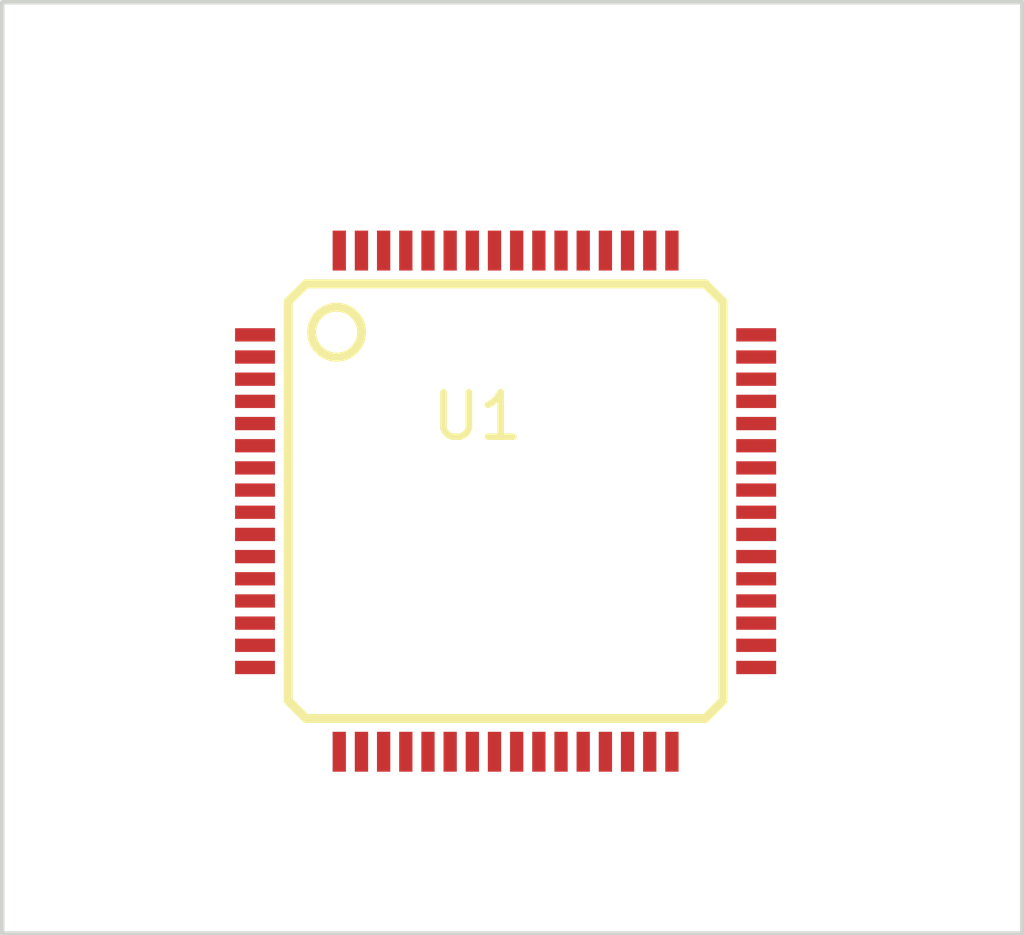
<source format=kicad_pcb>
(kicad_pcb (version 20221018) (generator pcbnew)
  (layers (0 "F.Cu" signal) (31 "B.Cu" signal) (34 "B.Paste" user) (35 "F.Paste" user) (36 "B.SilkS" user "B.Silkscreen") (37 "F.SilkS" user "F.Silkscreen") (38 "B.Mask" user) (39 "F.Mask" user) (44 "Edge.Cuts" user))
  (net 0 "")
  (footprint "RoboRacing:LQFP-ST-64-2" (layer "F.Cu") (at 138.35 89.25)
    (fp_text reference "U1" (at -0.63676 -1.91034) (layer "F.SilkS") (effects (font (size 1.002803 1.002803))))
    (fp_text value "STM32F072RBT6")
    (fp_line (start -4.9 -4.5) (end -4.5 -4.9) (stroke (width 0.2032)) (layer "F.SilkS"))
    (fp_line (start -4.9 4.5) (end -4.9 -4.5) (stroke (width 0.2032)) (layer "F.SilkS"))
    (fp_line (start -4.5 -4.9) (end 4.5 -4.9) (stroke (width 0.2032)) (layer "F.SilkS"))
    (fp_line (start -4.5 4.9) (end -4.9 4.5) (stroke (width 0.2032)) (layer "F.SilkS"))
    (fp_line (start 4.5 -4.9) (end 4.9 -4.5) (stroke (width 0.2032)) (layer "F.SilkS"))
    (fp_line (start 4.5 4.9) (end -4.5 4.9) (stroke (width 0.2032)) (layer "F.SilkS"))
    (fp_line (start 4.9 -4.5) (end 4.9 4.5) (stroke (width 0.2032)) (layer "F.SilkS"))
    (fp_line (start 4.9 4.5) (end 4.5 4.9) (stroke (width 0.2032)) (layer "F.SilkS"))
    (fp_circle (center -3.81 -3.81) (end -3.2468 -3.81) (stroke (width 0.2032)) (fill none) (layer "F.SilkS"))
    (pad "1" smd rect (at -5.65 -3.75) (size 0.9 0.3) (layers "F.Cu" "F.Paste" "F.Mask"))
    (pad "2" smd rect (at -5.65 -3.25) (size 0.9 0.3) (layers "F.Cu" "F.Paste" "F.Mask"))
    (pad "3" smd rect (at -5.65 -2.75) (size 0.9 0.3) (layers "F.Cu" "F.Paste" "F.Mask"))
    (pad "4" smd rect (at -5.65 -2.25) (size 0.9 0.3) (layers "F.Cu" "F.Paste" "F.Mask"))
    (pad "5" smd rect (at -5.65 -1.75) (size 0.9 0.3) (layers "F.Cu" "F.Paste" "F.Mask"))
    (pad "6" smd rect (at -5.65 -1.25) (size 0.9 0.3) (layers "F.Cu" "F.Paste" "F.Mask"))
    (pad "7" smd rect (at -5.65 -0.75) (size 0.9 0.3) (layers "F.Cu" "F.Paste" "F.Mask"))
    (pad "8" smd rect (at -5.65 -0.25) (size 0.9 0.3) (layers "F.Cu" "F.Paste" "F.Mask"))
    (pad "9" smd rect (at -5.65 0.25) (size 0.9 0.3) (layers "F.Cu" "F.Paste" "F.Mask"))
    (pad "10" smd rect (at -5.65 0.75) (size 0.9 0.3) (layers "F.Cu" "F.Paste" "F.Mask"))
    (pad "11" smd rect (at -5.65 1.25) (size 0.9 0.3) (layers "F.Cu" "F.Paste" "F.Mask"))
    (pad "12" smd rect (at -5.65 1.75) (size 0.9 0.3) (layers "F.Cu" "F.Paste" "F.Mask"))
    (pad "13" smd rect (at -5.65 2.25) (size 0.9 0.3) (layers "F.Cu" "F.Paste" "F.Mask"))
    (pad "14" smd rect (at -5.65 2.75) (size 0.9 0.3) (layers "F.Cu" "F.Paste" "F.Mask"))
    (pad "15" smd rect (at -5.65 3.25) (size 0.9 0.3) (layers "F.Cu" "F.Paste" "F.Mask"))
    (pad "16" smd rect (at -5.65 3.75) (size 0.9 0.3) (layers "F.Cu" "F.Paste" "F.Mask"))
    (pad "17" smd rect (at -3.75 5.65 90) (size 0.9 0.3) (layers "F.Cu" "F.Paste" "F.Mask"))
    (pad "18" smd rect (at -3.25 5.65 90) (size 0.9 0.3) (layers "F.Cu" "F.Paste" "F.Mask"))
    (pad "19" smd rect (at -2.75 5.65 90) (size 0.9 0.3) (layers "F.Cu" "F.Paste" "F.Mask"))
    (pad "20" smd rect (at -2.25 5.65 90) (size 0.9 0.3) (layers "F.Cu" "F.Paste" "F.Mask"))
    (pad "21" smd rect (at -1.75 5.65 90) (size 0.9 0.3) (layers "F.Cu" "F.Paste" "F.Mask"))
    (pad "22" smd rect (at -1.25 5.65 90) (size 0.9 0.3) (layers "F.Cu" "F.Paste" "F.Mask"))
    (pad "23" smd rect (at -0.75 5.65 90) (size 0.9 0.3) (layers "F.Cu" "F.Paste" "F.Mask"))
    (pad "24" smd rect (at -0.25 5.65 90) (size 0.9 0.3) (layers "F.Cu" "F.Paste" "F.Mask"))
    (pad "25" smd rect (at 0.25 5.65 90) (size 0.9 0.3) (layers "F.Cu" "F.Paste" "F.Mask"))
    (pad "26" smd rect (at 0.75 5.65 90) (size 0.9 0.3) (layers "F.Cu" "F.Paste" "F.Mask"))
    (pad "27" smd rect (at 1.25 5.65 90) (size 0.9 0.3) (layers "F.Cu" "F.Paste" "F.Mask"))
    (pad "28" smd rect (at 1.75 5.65 90) (size 0.9 0.3) (layers "F.Cu" "F.Paste" "F.Mask"))
    (pad "29" smd rect (at 2.25 5.65 90) (size 0.9 0.3) (layers "F.Cu" "F.Paste" "F.Mask"))
    (pad "30" smd rect (at 2.75 5.65 90) (size 0.9 0.3) (layers "F.Cu" "F.Paste" "F.Mask"))
    (pad "31" smd rect (at 3.25 5.65 90) (size 0.9 0.3) (layers "F.Cu" "F.Paste" "F.Mask"))
    (pad "32" smd rect (at 3.75 5.65 90) (size 0.9 0.3) (layers "F.Cu" "F.Paste" "F.Mask"))
    (pad "33" smd rect (at 5.65 3.75 180) (size 0.9 0.3) (layers "F.Cu" "F.Paste" "F.Mask"))
    (pad "34" smd rect (at 5.65 3.25 180) (size 0.9 0.3) (layers "F.Cu" "F.Paste" "F.Mask"))
    (pad "35" smd rect (at 5.65 2.75 180) (size 0.9 0.3) (layers "F.Cu" "F.Paste" "F.Mask"))
    (pad "36" smd rect (at 5.65 2.25 180) (size 0.9 0.3) (layers "F.Cu" "F.Paste" "F.Mask"))
    (pad "37" smd rect (at 5.65 1.75 180) (size 0.9 0.3) (layers "F.Cu" "F.Paste" "F.Mask"))
    (pad "38" smd rect (at 5.65 1.25 180) (size 0.9 0.3) (layers "F.Cu" "F.Paste" "F.Mask"))
    (pad "39" smd rect (at 5.65 0.75 180) (size 0.9 0.3) (layers "F.Cu" "F.Paste" "F.Mask"))
    (pad "40" smd rect (at 5.65 0.25 180) (size 0.9 0.3) (layers "F.Cu" "F.Paste" "F.Mask"))
    (pad "41" smd rect (at 5.65 -0.25 180) (size 0.9 0.3) (layers "F.Cu" "F.Paste" "F.Mask"))
    (pad "42" smd rect (at 5.65 -0.75 180) (size 0.9 0.3) (layers "F.Cu" "F.Paste" "F.Mask"))
    (pad "43" smd rect (at 5.65 -1.25 180) (size 0.9 0.3) (layers "F.Cu" "F.Paste" "F.Mask"))
    (pad "44" smd rect (at 5.65 -1.75 180) (size 0.9 0.3) (layers "F.Cu" "F.Paste" "F.Mask"))
    (pad "45" smd rect (at 5.65 -2.25 180) (size 0.9 0.3) (layers "F.Cu" "F.Paste" "F.Mask"))
    (pad "46" smd rect (at 5.65 -2.75 180) (size 0.9 0.3) (layers "F.Cu" "F.Paste" "F.Mask"))
    (pad "47" smd rect (at 5.65 -3.25 180) (size 0.9 0.3) (layers "F.Cu" "F.Paste" "F.Mask"))
    (pad "48" smd rect (at 5.65 -3.75 180) (size 0.9 0.3) (layers "F.Cu" "F.Paste" "F.Mask"))
    (pad "49" smd rect (at 3.75 -5.65 270) (size 0.9 0.3) (layers "F.Cu" "F.Paste" "F.Mask"))
    (pad "50" smd rect (at 3.25 -5.65 270) (size 0.9 0.3) (layers "F.Cu" "F.Paste" "F.Mask"))
    (pad "51" smd rect (at 2.75 -5.65 270) (size 0.9 0.3) (layers "F.Cu" "F.Paste" "F.Mask"))
    (pad "52" smd rect (at 2.25 -5.65 270) (size 0.9 0.3) (layers "F.Cu" "F.Paste" "F.Mask"))
    (pad "53" smd rect (at 1.75 -5.65 270) (size 0.9 0.3) (layers "F.Cu" "F.Paste" "F.Mask"))
    (pad "54" smd rect (at 1.25 -5.65 270) (size 0.9 0.3) (layers "F.Cu" "F.Paste" "F.Mask"))
    (pad "55" smd rect (at 0.75 -5.65 270) (size 0.9 0.3) (layers "F.Cu" "F.Paste" "F.Mask"))
    (pad "56" smd rect (at 0.25 -5.65 270) (size 0.9 0.3) (layers "F.Cu" "F.Paste" "F.Mask"))
    (pad "57" smd rect (at -0.25 -5.65 270) (size 0.9 0.3) (layers "F.Cu" "F.Paste" "F.Mask"))
    (pad "58" smd rect (at -0.75 -5.65 270) (size 0.9 0.3) (layers "F.Cu" "F.Paste" "F.Mask"))
    (pad "59" smd rect (at -1.25 -5.65 270) (size 0.9 0.3) (layers "F.Cu" "F.Paste" "F.Mask"))
    (pad "60" smd rect (at -1.75 -5.65 270) (size 0.9 0.3) (layers "F.Cu" "F.Paste" "F.Mask"))
    (pad "61" smd rect (at -2.25 -5.65 270) (size 0.9 0.3) (layers "F.Cu" "F.Paste" "F.Mask"))
    (pad "62" smd rect (at -2.75 -5.65 270) (size 0.9 0.3) (layers "F.Cu" "F.Paste" "F.Mask"))
    (pad "63" smd rect (at -3.25 -5.65 270) (size 0.9 0.3) (layers "F.Cu" "F.Paste" "F.Mask"))
    (pad "64" smd rect (at -3.75 -5.65 270) (size 0.9 0.3) (layers "F.Cu" "F.Paste" "F.Mask"))
  )
  (gr_rect (start 127 78) (end 150 99) (stroke (width 0.1)) (fill none) (layer "Edge.Cuts"))
)
</source>
